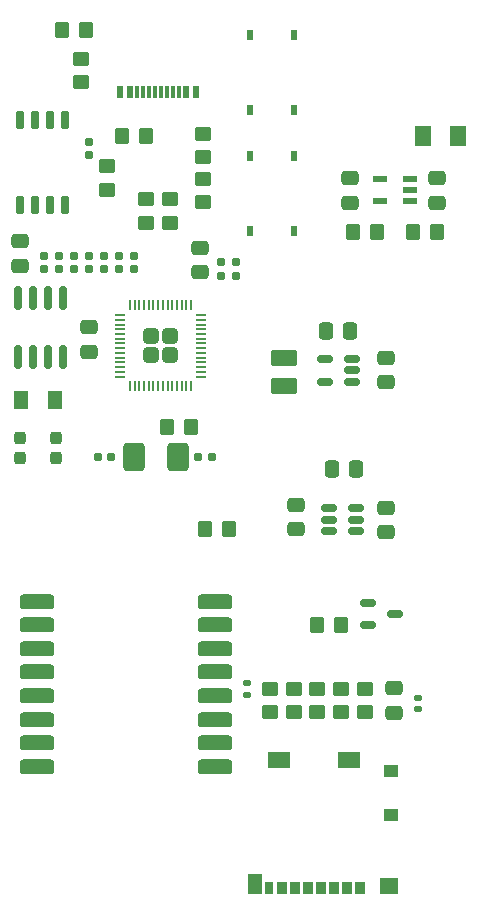
<source format=gtp>
G04 #@! TF.GenerationSoftware,KiCad,Pcbnew,8.0.3*
G04 #@! TF.CreationDate,2024-06-17T15:15:03-04:00*
G04 #@! TF.ProjectId,node_v3_2,6e6f6465-5f76-4335-9f32-2e6b69636164,rev?*
G04 #@! TF.SameCoordinates,Original*
G04 #@! TF.FileFunction,Paste,Top*
G04 #@! TF.FilePolarity,Positive*
%FSLAX46Y46*%
G04 Gerber Fmt 4.6, Leading zero omitted, Abs format (unit mm)*
G04 Created by KiCad (PCBNEW 8.0.3) date 2024-06-17 15:15:03*
%MOMM*%
%LPD*%
G01*
G04 APERTURE LIST*
G04 Aperture macros list*
%AMRoundRect*
0 Rectangle with rounded corners*
0 $1 Rounding radius*
0 $2 $3 $4 $5 $6 $7 $8 $9 X,Y pos of 4 corners*
0 Add a 4 corners polygon primitive as box body*
4,1,4,$2,$3,$4,$5,$6,$7,$8,$9,$2,$3,0*
0 Add four circle primitives for the rounded corners*
1,1,$1+$1,$2,$3*
1,1,$1+$1,$4,$5*
1,1,$1+$1,$6,$7*
1,1,$1+$1,$8,$9*
0 Add four rect primitives between the rounded corners*
20,1,$1+$1,$2,$3,$4,$5,0*
20,1,$1+$1,$4,$5,$6,$7,0*
20,1,$1+$1,$6,$7,$8,$9,0*
20,1,$1+$1,$8,$9,$2,$3,0*%
G04 Aperture macros list end*
%ADD10R,1.270000X0.558800*%
%ADD11RoundRect,0.250000X0.350000X0.450000X-0.350000X0.450000X-0.350000X-0.450000X0.350000X-0.450000X0*%
%ADD12RoundRect,0.140000X-0.170000X0.140000X-0.170000X-0.140000X0.170000X-0.140000X0.170000X0.140000X0*%
%ADD13RoundRect,0.250000X-0.450000X0.350000X-0.450000X-0.350000X0.450000X-0.350000X0.450000X0.350000X0*%
%ADD14RoundRect,0.250000X0.475000X-0.337500X0.475000X0.337500X-0.475000X0.337500X-0.475000X-0.337500X0*%
%ADD15RoundRect,0.150000X0.512500X0.150000X-0.512500X0.150000X-0.512500X-0.150000X0.512500X-0.150000X0*%
%ADD16RoundRect,0.155000X0.155000X-0.212500X0.155000X0.212500X-0.155000X0.212500X-0.155000X-0.212500X0*%
%ADD17RoundRect,0.249999X-0.395001X-0.395001X0.395001X-0.395001X0.395001X0.395001X-0.395001X0.395001X0*%
%ADD18RoundRect,0.050000X-0.387500X-0.050000X0.387500X-0.050000X0.387500X0.050000X-0.387500X0.050000X0*%
%ADD19RoundRect,0.050000X-0.050000X-0.387500X0.050000X-0.387500X0.050000X0.387500X-0.050000X0.387500X0*%
%ADD20RoundRect,0.250000X-0.475000X0.337500X-0.475000X-0.337500X0.475000X-0.337500X0.475000X0.337500X0*%
%ADD21RoundRect,0.150000X0.150000X-0.825000X0.150000X0.825000X-0.150000X0.825000X-0.150000X-0.825000X0*%
%ADD22RoundRect,0.150000X-0.512500X-0.150000X0.512500X-0.150000X0.512500X0.150000X-0.512500X0.150000X0*%
%ADD23R,0.558800X0.952500*%
%ADD24RoundRect,0.250000X-0.350000X-0.450000X0.350000X-0.450000X0.350000X0.450000X-0.350000X0.450000X0*%
%ADD25RoundRect,0.237500X-0.237500X0.300000X-0.237500X-0.300000X0.237500X-0.300000X0.237500X0.300000X0*%
%ADD26RoundRect,0.250001X0.462499X0.624999X-0.462499X0.624999X-0.462499X-0.624999X0.462499X-0.624999X0*%
%ADD27R,0.850000X1.100000*%
%ADD28R,0.750000X1.100000*%
%ADD29R,1.200000X1.000000*%
%ADD30R,1.550000X1.350000*%
%ADD31R,1.900000X1.350000*%
%ADD32R,1.170000X1.800000*%
%ADD33RoundRect,0.317500X-1.157500X-0.317500X1.157500X-0.317500X1.157500X0.317500X-1.157500X0.317500X0*%
%ADD34RoundRect,0.250000X0.337500X0.475000X-0.337500X0.475000X-0.337500X-0.475000X0.337500X-0.475000X0*%
%ADD35R,0.600000X1.140000*%
%ADD36R,0.300000X1.140000*%
%ADD37RoundRect,0.250001X0.849999X-0.462499X0.849999X0.462499X-0.849999X0.462499X-0.849999X-0.462499X0*%
%ADD38RoundRect,0.250000X0.450000X-0.350000X0.450000X0.350000X-0.450000X0.350000X-0.450000X-0.350000X0*%
%ADD39RoundRect,0.150000X0.150000X-0.650000X0.150000X0.650000X-0.150000X0.650000X-0.150000X-0.650000X0*%
%ADD40RoundRect,0.250000X-0.337500X-0.475000X0.337500X-0.475000X0.337500X0.475000X-0.337500X0.475000X0*%
%ADD41RoundRect,0.270000X-0.630000X-0.930000X0.630000X-0.930000X0.630000X0.930000X-0.630000X0.930000X0*%
%ADD42RoundRect,0.155000X0.212500X0.155000X-0.212500X0.155000X-0.212500X-0.155000X0.212500X-0.155000X0*%
%ADD43RoundRect,0.155000X-0.212500X-0.155000X0.212500X-0.155000X0.212500X0.155000X-0.212500X0.155000X0*%
%ADD44R,1.168400X1.600200*%
G04 APERTURE END LIST*
D10*
X164363400Y-67233800D03*
X164363400Y-66294000D03*
X164363400Y-65354200D03*
X161772600Y-65354200D03*
X161772600Y-67233800D03*
D11*
X166608000Y-69850000D03*
X164608000Y-69850000D03*
D12*
X150500000Y-108040000D03*
X150500000Y-109000000D03*
D11*
X141986000Y-61722000D03*
X139986000Y-61722000D03*
D13*
X144056000Y-67072000D03*
X144056000Y-69072000D03*
D14*
X131318000Y-72665500D03*
X131318000Y-70590500D03*
D15*
X159401000Y-82484000D03*
X159401000Y-81534000D03*
X159401000Y-80584000D03*
X157126000Y-80584000D03*
X157126000Y-82484000D03*
D16*
X148374000Y-73525000D03*
X148374000Y-72390000D03*
X138430000Y-72995500D03*
X138430000Y-71860500D03*
X135890000Y-72995500D03*
X135890000Y-71860500D03*
D17*
X142418000Y-78664000D03*
X142418000Y-80264000D03*
X144018000Y-78664000D03*
X144018000Y-80264000D03*
D18*
X139780500Y-76864000D03*
X139780500Y-77264000D03*
X139780500Y-77664000D03*
X139780500Y-78064000D03*
X139780500Y-78464000D03*
X139780500Y-78864000D03*
X139780500Y-79264000D03*
X139780500Y-79664000D03*
X139780500Y-80064000D03*
X139780500Y-80464000D03*
X139780500Y-80864000D03*
X139780500Y-81264000D03*
X139780500Y-81664000D03*
X139780500Y-82064000D03*
D19*
X140618000Y-82901500D03*
X141018000Y-82901500D03*
X141418000Y-82901500D03*
X141818000Y-82901500D03*
X142218000Y-82901500D03*
X142618000Y-82901500D03*
X143018000Y-82901500D03*
X143418000Y-82901500D03*
X143818000Y-82901500D03*
X144218000Y-82901500D03*
X144618000Y-82901500D03*
X145018000Y-82901500D03*
X145418000Y-82901500D03*
X145818000Y-82901500D03*
D18*
X146655500Y-82064000D03*
X146655500Y-81664000D03*
X146655500Y-81264000D03*
X146655500Y-80864000D03*
X146655500Y-80464000D03*
X146655500Y-80064000D03*
X146655500Y-79664000D03*
X146655500Y-79264000D03*
X146655500Y-78864000D03*
X146655500Y-78464000D03*
X146655500Y-78064000D03*
X146655500Y-77664000D03*
X146655500Y-77264000D03*
X146655500Y-76864000D03*
D19*
X145818000Y-76026500D03*
X145418000Y-76026500D03*
X145018000Y-76026500D03*
X144618000Y-76026500D03*
X144218000Y-76026500D03*
X143818000Y-76026500D03*
X143418000Y-76026500D03*
X143018000Y-76026500D03*
X142618000Y-76026500D03*
X142218000Y-76026500D03*
X141818000Y-76026500D03*
X141418000Y-76026500D03*
X141018000Y-76026500D03*
X140618000Y-76026500D03*
D20*
X137160000Y-77870000D03*
X137160000Y-79945000D03*
D13*
X156500000Y-108500000D03*
X156500000Y-110500000D03*
D21*
X131191000Y-80388000D03*
X132461000Y-80388000D03*
X133731000Y-80388000D03*
X135001000Y-80388000D03*
X135001000Y-75438000D03*
X133731000Y-75438000D03*
X132461000Y-75438000D03*
X131191000Y-75438000D03*
D13*
X152500000Y-108500000D03*
X152500000Y-110500000D03*
D20*
X159258000Y-65256500D03*
X159258000Y-67331500D03*
D22*
X157480000Y-93218000D03*
X157480000Y-94168000D03*
X157480000Y-95118000D03*
X159755000Y-95118000D03*
X159755000Y-94168000D03*
X159755000Y-93218000D03*
D16*
X137160000Y-72995500D03*
X137160000Y-71860500D03*
D13*
X154500000Y-108490000D03*
X154500000Y-110490000D03*
D11*
X145780000Y-86360000D03*
X143780000Y-86360000D03*
D23*
X154523683Y-63360576D03*
X154523683Y-69723276D03*
X150815283Y-63360576D03*
X150815283Y-69723276D03*
D24*
X156496000Y-103124000D03*
X158496000Y-103124000D03*
D20*
X162327500Y-80475000D03*
X162327500Y-82550000D03*
X166624000Y-65256500D03*
X166624000Y-67331500D03*
D16*
X140970000Y-72995500D03*
X140970000Y-71860500D03*
D24*
X147000000Y-95000000D03*
X149000000Y-95000000D03*
D16*
X137160000Y-63305500D03*
X137160000Y-62170500D03*
X149644000Y-73525000D03*
X149644000Y-72390000D03*
D25*
X131343400Y-87275500D03*
X131343400Y-89000500D03*
D20*
X154675000Y-92921000D03*
X154675000Y-94996000D03*
D26*
X168402000Y-61722000D03*
X165427000Y-61722000D03*
D23*
X154500000Y-53137300D03*
X154500000Y-59500000D03*
X150791600Y-53137300D03*
X150791600Y-59500000D03*
D11*
X136890000Y-52705000D03*
X134890000Y-52705000D03*
D24*
X159528000Y-69850000D03*
X161528000Y-69850000D03*
D13*
X146850000Y-65316000D03*
X146850000Y-67316000D03*
D27*
X160077000Y-125338000D03*
X158977000Y-125338000D03*
X157877000Y-125338000D03*
X156777000Y-125338000D03*
X155677000Y-125338000D03*
X154577000Y-125338000D03*
X153477000Y-125338000D03*
D28*
X152427000Y-125338000D03*
D29*
X162712000Y-119188000D03*
X162712000Y-115488000D03*
D30*
X162537000Y-125213000D03*
D31*
X159212000Y-114513000D03*
X153242000Y-114513000D03*
D32*
X151217000Y-124988000D03*
D33*
X132754000Y-101110000D03*
X132754000Y-103110000D03*
X132754000Y-105110000D03*
X132754000Y-107110000D03*
X132754000Y-109110000D03*
X132754000Y-111110000D03*
X132754000Y-113110000D03*
X132754000Y-115110000D03*
X147804000Y-115110000D03*
X147804000Y-113110000D03*
X147804000Y-111110000D03*
X147804000Y-109110000D03*
X147804000Y-107110000D03*
X147804000Y-105110000D03*
X147804000Y-103110000D03*
X147804000Y-101110000D03*
D13*
X160500000Y-108500000D03*
X160500000Y-110500000D03*
D20*
X163000000Y-108462500D03*
X163000000Y-110537500D03*
D34*
X159798000Y-89916000D03*
X157723000Y-89916000D03*
D14*
X146596000Y-73233000D03*
X146596000Y-71158000D03*
D16*
X139700000Y-72995500D03*
X139700000Y-71860500D03*
D20*
X162295000Y-93175000D03*
X162295000Y-95250000D03*
D35*
X146202000Y-58000000D03*
X145402000Y-58000000D03*
D36*
X144252000Y-58000000D03*
X143252000Y-58000000D03*
X142752000Y-58000000D03*
X141752000Y-58000000D03*
D35*
X139802000Y-58000000D03*
X140602000Y-58000000D03*
D36*
X141252000Y-58000000D03*
X142252000Y-58000000D03*
X143752000Y-58000000D03*
X144752000Y-58000000D03*
D37*
X153691500Y-82843000D03*
X153691500Y-80518000D03*
D38*
X136525000Y-57150000D03*
X136525000Y-55150000D03*
D12*
X165000000Y-109248000D03*
X165000000Y-110208000D03*
D39*
X131318000Y-67564000D03*
X132588000Y-67564000D03*
X133858000Y-67564000D03*
X135128000Y-67564000D03*
X135128000Y-60364000D03*
X133858000Y-60364000D03*
X132588000Y-60364000D03*
X131318000Y-60364000D03*
D40*
X157204500Y-78232000D03*
X159279500Y-78232000D03*
D25*
X134391400Y-87275500D03*
X134391400Y-89000500D03*
D16*
X133350000Y-72995500D03*
X133350000Y-71860500D03*
D22*
X160793000Y-101224000D03*
X160793000Y-103124000D03*
X163068000Y-102174000D03*
D13*
X142024000Y-67056000D03*
X142024000Y-69056000D03*
X158500000Y-108500000D03*
X158500000Y-110500000D03*
D41*
X144675000Y-88900000D03*
X140975000Y-88900000D03*
D42*
X147567500Y-88900000D03*
X146432500Y-88900000D03*
D43*
X137931500Y-88900000D03*
X139066500Y-88900000D03*
D38*
X138684000Y-66278000D03*
X138684000Y-64278000D03*
D44*
X131445000Y-84074000D03*
X134289800Y-84074000D03*
D13*
X146850000Y-61506000D03*
X146850000Y-63506000D03*
D16*
X134620000Y-72995500D03*
X134620000Y-71860500D03*
M02*

</source>
